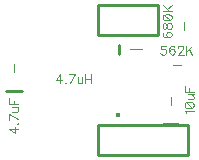
<source format=gbr>
G04 DipTrace 3.0.0.2*
G04 TopSilk.gbr*
%MOIN*%
G04 #@! TF.FileFunction,Legend,Top*
G04 #@! TF.Part,Single*
%ADD10C,0.009843*%
%ADD17C,0.003937*%
%ADD19O,0.016146X0.017709*%
%ADD48C,0.004632*%
%FSLAX26Y26*%
G04*
G70*
G90*
G75*
G01*
G04 TopSilk*
%LPD*%
D19*
X785800Y545915D3*
X720394Y414094D2*
D10*
Y514094D1*
X1020394D1*
Y414094D2*
Y514094D1*
X720394Y414094D2*
X1020394D1*
X720315Y914094D2*
Y814094D1*
X920315Y914094D2*
X720315D1*
X920315D2*
Y814094D1*
X720315D1*
X464862Y625885D2*
X413720D1*
X987303Y516042D2*
X936161D1*
X788898Y780630D2*
X789294Y748346D1*
X1005433Y856614D2*
D17*
Y829843D1*
X962913Y606220D2*
Y579449D1*
X438110Y716063D2*
Y689291D1*
X968031Y712520D2*
X994803D1*
X827480Y765669D2*
X866063D1*
X453977Y499931D2*
D48*
X423866D1*
X443929Y485572D1*
Y507094D1*
X451092Y517783D2*
X452551Y516357D1*
X453977Y517783D1*
X452551Y519242D1*
X451092Y517783D1*
X453977Y534243D2*
X423866Y548602D1*
Y528506D1*
X433881Y557865D2*
X448240D1*
X452518Y559291D1*
X453977Y562176D1*
Y566488D1*
X452518Y569339D1*
X448240Y573650D1*
X433881D2*
X453977D1*
X423833Y601584D2*
Y582914D1*
X453977D1*
X438192D2*
Y594388D1*
X593521Y651573D2*
Y681684D1*
X579162Y661621D1*
X600684D1*
X611374Y654458D2*
X609948Y652999D1*
X611374Y651573D1*
X612833Y652999D1*
X611374Y654458D1*
X627833Y651573D2*
X642192Y681684D1*
X622096D1*
X651456Y671669D2*
Y657310D1*
X652882Y653032D1*
X655767Y651573D1*
X660078D1*
X662930Y653032D1*
X667241Y657310D1*
Y671669D2*
Y651573D1*
X676505Y681717D2*
Y651573D1*
X696601Y681717D2*
Y651573D1*
X676505Y667358D2*
X696601D1*
X1014003Y553140D2*
X1012544Y556025D1*
X1008266Y560336D1*
X1038377D1*
X1008266Y578222D2*
X1009692Y573911D1*
X1014003Y571026D1*
X1021166Y569600D1*
X1025477D1*
X1032640Y571026D1*
X1036951Y573911D1*
X1038377Y578222D1*
Y581074D1*
X1036951Y585385D1*
X1032640Y588237D1*
X1025477Y589696D1*
X1021166D1*
X1014003Y588237D1*
X1009692Y585385D1*
X1008266Y581074D1*
Y578222D1*
X1014003Y588237D2*
X1032640Y571026D1*
X1018281Y598959D2*
X1032640D1*
X1036918Y600385D1*
X1038377Y603270D1*
Y607581D1*
X1036918Y610433D1*
X1032640Y614744D1*
X1018281D2*
X1038377D1*
X1008233Y642678D2*
Y624008D1*
X1038377D1*
X1022592D2*
Y635482D1*
X944932Y778008D2*
X930606D1*
X929181Y765108D1*
X930606Y766534D1*
X934917Y767993D1*
X939195D1*
X943506Y766534D1*
X946391Y763682D1*
X947817Y759371D1*
Y756519D1*
X946391Y752208D1*
X943506Y749323D1*
X939195Y747897D1*
X934917D1*
X930606Y749323D1*
X929181Y750782D1*
X927721Y753634D1*
X974292Y773730D2*
X972866Y776582D1*
X968555Y778008D1*
X965703D1*
X961392Y776582D1*
X958507Y772271D1*
X957081Y765108D1*
Y757945D1*
X958507Y752208D1*
X961392Y749323D1*
X965703Y747897D1*
X967129D1*
X971407Y749323D1*
X974292Y752208D1*
X975718Y756519D1*
Y757945D1*
X974292Y762256D1*
X971407Y765108D1*
X967129Y766534D1*
X965703D1*
X961392Y765108D1*
X958507Y762256D1*
X957081Y757945D1*
X986440Y770845D2*
Y772271D1*
X987866Y775156D1*
X989292Y776582D1*
X992177Y778008D1*
X997914D1*
X1000766Y776582D1*
X1002192Y775156D1*
X1003651Y772271D1*
Y769419D1*
X1002192Y766534D1*
X999340Y762256D1*
X984981Y747897D1*
X1005077D1*
X1014341Y778041D2*
Y747897D1*
X1034437Y778041D2*
X1014341Y757945D1*
X1021504Y765141D2*
X1034437Y747897D1*
X939486Y822541D2*
X936634Y821115D1*
X935208Y816804D1*
Y813952D1*
X936634Y809641D1*
X940945Y806756D1*
X948108Y805330D1*
X955271D1*
X961008Y806756D1*
X963893Y809641D1*
X965319Y813952D1*
Y815378D1*
X963893Y819656D1*
X961008Y822541D1*
X956697Y823967D1*
X955271D1*
X950960Y822541D1*
X948108Y819656D1*
X946682Y815378D1*
Y813952D1*
X948108Y809641D1*
X950960Y806756D1*
X955271Y805330D1*
X935208Y840394D2*
X936634Y836116D1*
X939486Y834657D1*
X942371D1*
X945223Y836116D1*
X946682Y838968D1*
X948108Y844705D1*
X949534Y849016D1*
X952419Y851868D1*
X955271Y853294D1*
X959582D1*
X962434Y851868D1*
X963893Y850442D1*
X965319Y846131D1*
Y840394D1*
X963893Y836116D1*
X962434Y834657D1*
X959582Y833231D1*
X955271D1*
X952419Y834657D1*
X949534Y837542D1*
X948108Y841820D1*
X946682Y847557D1*
X945223Y850442D1*
X942371Y851868D1*
X939486D1*
X936634Y850442D1*
X935208Y846131D1*
Y840394D1*
Y871179D2*
X936634Y866868D1*
X940945Y863983D1*
X948108Y862557D1*
X952419D1*
X959582Y863983D1*
X963893Y866868D1*
X965319Y871179D1*
Y874031D1*
X963893Y878342D1*
X959582Y881194D1*
X952419Y882653D1*
X948108D1*
X940945Y881194D1*
X936634Y878342D1*
X935208Y874031D1*
Y871179D1*
X940945Y881194D2*
X959582Y863983D1*
X935175Y891917D2*
X965319D1*
X935175Y912013D2*
X955271Y891917D1*
X948075Y899080D2*
X965319Y912013D1*
M02*

</source>
